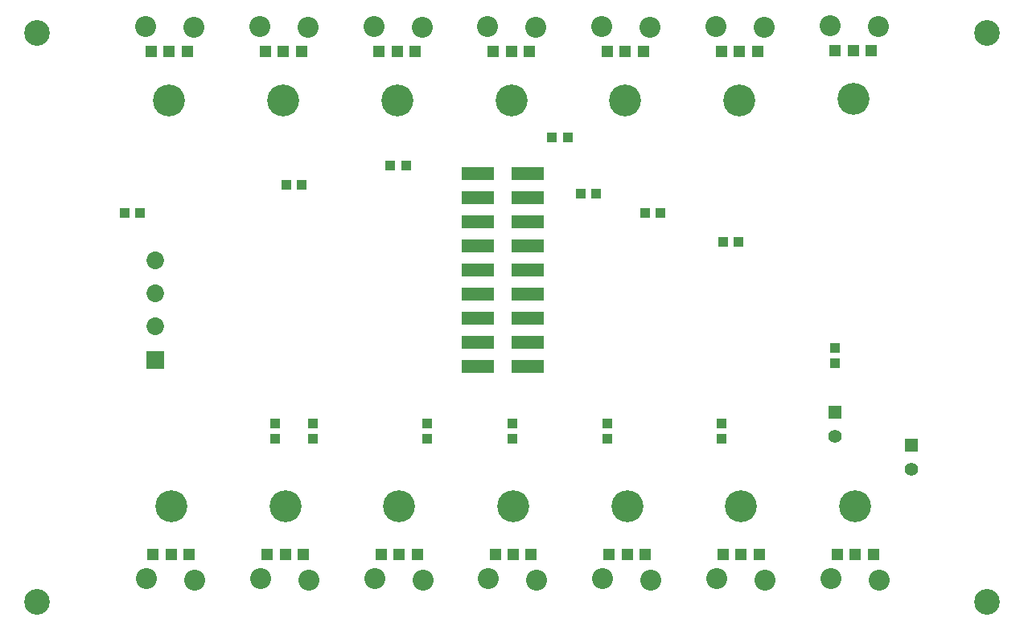
<source format=gts>
G04*
G04 #@! TF.GenerationSoftware,Altium Limited,Altium Designer,20.2.6 (244)*
G04*
G04 Layer_Color=8388736*
%FSLAX25Y25*%
%MOIN*%
G70*
G04*
G04 #@! TF.SameCoordinates,8424CAA1-D01E-41BF-9092-1BA52A19D79E*
G04*
G04*
G04 #@! TF.FilePolarity,Negative*
G04*
G01*
G75*
%ADD13R,0.04182X0.04469*%
%ADD15R,0.04469X0.04182*%
%ADD16R,0.13300X0.05288*%
%ADD17C,0.07296*%
%ADD18R,0.07296X0.07296*%
%ADD19R,0.05524X0.05524*%
%ADD20C,0.05524*%
%ADD21C,0.08674*%
%ADD22R,0.04737X0.04737*%
%ADD23C,0.13202*%
%ADD24C,0.10642*%
D13*
X236221Y205451D02*
D03*
Y211872D02*
D03*
X299213D02*
D03*
Y205451D02*
D03*
X334646Y211872D02*
D03*
Y205451D02*
D03*
X251969Y211872D02*
D03*
Y205451D02*
D03*
X374016Y211872D02*
D03*
Y205451D02*
D03*
X421260Y211872D02*
D03*
Y205451D02*
D03*
X468504Y243368D02*
D03*
Y236947D02*
D03*
D15*
X421987Y287402D02*
D03*
X428407D02*
D03*
X389764Y299213D02*
D03*
X396184D02*
D03*
X362931Y307087D02*
D03*
X369352D02*
D03*
X290612Y318898D02*
D03*
X284191D02*
D03*
X247305Y311024D02*
D03*
X240884D02*
D03*
X180376Y299213D02*
D03*
X173955D02*
D03*
X357541Y330709D02*
D03*
X351120D02*
D03*
D16*
X340955Y235591D02*
D03*
X320463D02*
D03*
X340955Y245590D02*
D03*
X320463D02*
D03*
X340955Y255591D02*
D03*
X320463D02*
D03*
X340955Y265591D02*
D03*
X320463D02*
D03*
X340955Y275590D02*
D03*
X320463D02*
D03*
X340955Y285591D02*
D03*
X320463D02*
D03*
X340955Y295590D02*
D03*
X320463D02*
D03*
X340955Y305591D02*
D03*
X320463D02*
D03*
X340955Y315591D02*
D03*
X320463D02*
D03*
D17*
X186542Y279714D02*
D03*
Y265935D02*
D03*
Y252155D02*
D03*
D18*
Y238376D02*
D03*
D19*
X500000Y202913D02*
D03*
X468504Y216535D02*
D03*
D20*
X500000Y192913D02*
D03*
X468504Y206535D02*
D03*
D21*
X438976Y376142D02*
D03*
X418976Y376673D02*
D03*
X230000D02*
D03*
X250000Y376142D02*
D03*
X486535Y146949D02*
D03*
X466535Y147480D02*
D03*
X182756Y376673D02*
D03*
X202756Y376142D02*
D03*
X183071Y147480D02*
D03*
X203071Y146949D02*
D03*
X250315D02*
D03*
X230315Y147480D02*
D03*
X277559D02*
D03*
X297559Y146949D02*
D03*
X324803Y147480D02*
D03*
X344803Y146949D02*
D03*
X372047Y147480D02*
D03*
X392047Y146949D02*
D03*
X419291Y147480D02*
D03*
X439291Y146949D02*
D03*
X297244Y376142D02*
D03*
X277244Y376673D02*
D03*
X344488Y376142D02*
D03*
X324488Y376673D02*
D03*
X371732D02*
D03*
X391732Y376142D02*
D03*
X466221Y377067D02*
D03*
X486221Y376535D02*
D03*
D22*
X428740Y366142D02*
D03*
X436221D02*
D03*
X421260D02*
D03*
X239764D02*
D03*
X247244D02*
D03*
X232283D02*
D03*
X476772Y157480D02*
D03*
X469291D02*
D03*
X484252D02*
D03*
X200000Y366142D02*
D03*
X192520D02*
D03*
X185039D02*
D03*
X437008Y157480D02*
D03*
X422047D02*
D03*
X389764D02*
D03*
X374803D02*
D03*
X342520D02*
D03*
X327559D02*
D03*
X295276D02*
D03*
X280315D02*
D03*
X248031D02*
D03*
X233071D02*
D03*
X200787D02*
D03*
X185827D02*
D03*
X468504Y366535D02*
D03*
X483465D02*
D03*
X374016Y366142D02*
D03*
X388976D02*
D03*
X326772D02*
D03*
X341732D02*
D03*
X279528D02*
D03*
X294488D02*
D03*
X193307Y157480D02*
D03*
X240551D02*
D03*
X287795D02*
D03*
X335039D02*
D03*
X382283D02*
D03*
X429528D02*
D03*
X287008Y366142D02*
D03*
X334252D02*
D03*
X381496D02*
D03*
X475984Y366535D02*
D03*
D23*
X428740Y346063D02*
D03*
X239764D02*
D03*
X476772Y177559D02*
D03*
X192520Y346063D02*
D03*
X193307Y177559D02*
D03*
X240551D02*
D03*
X287795D02*
D03*
X335039D02*
D03*
X382283D02*
D03*
X429528D02*
D03*
X287008Y346063D02*
D03*
X334252D02*
D03*
X381496D02*
D03*
X475984Y346457D02*
D03*
D24*
X137795Y374016D02*
D03*
Y137795D02*
D03*
X531496D02*
D03*
Y374016D02*
D03*
M02*

</source>
